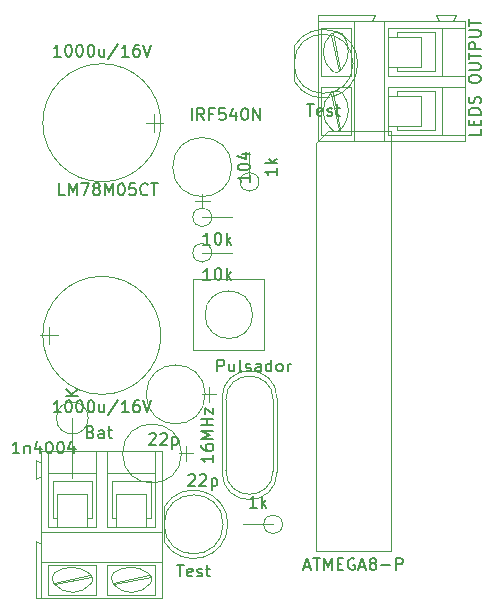
<source format=gbr>
G04 #@! TF.FileFunction,Other,Fab,Top*
%FSLAX46Y46*%
G04 Gerber Fmt 4.6, Leading zero omitted, Abs format (unit mm)*
G04 Created by KiCad (PCBNEW 4.0.5) date Monday, 03 April 2017 'PMt' 15:58:44*
%MOMM*%
%LPD*%
G01*
G04 APERTURE LIST*
%ADD10C,0.100000*%
%ADD11C,0.150000*%
G04 APERTURE END LIST*
D10*
X139635000Y-117730000D02*
X144985000Y-117730000D01*
X144985000Y-117730000D02*
X144985000Y-153290000D01*
X144985000Y-153290000D02*
X138635000Y-153290000D01*
X138635000Y-153290000D02*
X138635000Y-118730000D01*
X138635000Y-118730000D02*
X139635000Y-117730000D01*
X125500000Y-135000000D02*
G75*
G03X125500000Y-135000000I-5000000J0D01*
G01*
X115300000Y-135000000D02*
X116800000Y-135000000D01*
X116050000Y-134250000D02*
X116050000Y-135750000D01*
X125500000Y-117000000D02*
G75*
G03X125500000Y-117000000I-5000000J0D01*
G01*
X125700000Y-117000000D02*
X124200000Y-117000000D01*
X124950000Y-117750000D02*
X124950000Y-116250000D01*
X125769984Y-152469666D02*
G75*
G03X125770000Y-149530306I2500016J1469666D01*
G01*
X130770000Y-151000000D02*
G75*
G03X130770000Y-151000000I-2500000J0D01*
G01*
X125770000Y-149530306D02*
X125770000Y-152469694D01*
X119350000Y-142000000D02*
G75*
G03X119350000Y-142000000I-1350000J0D01*
G01*
X118000000Y-142000000D02*
X118000000Y-147080000D01*
X136769984Y-113469666D02*
G75*
G03X136770000Y-110530306I2500016J1469666D01*
G01*
X141770000Y-112000000D02*
G75*
G03X141770000Y-112000000I-2500000J0D01*
G01*
X136770000Y-110530306D02*
X136770000Y-113469694D01*
X124260000Y-148460000D02*
X121720000Y-148460000D01*
X121720000Y-148460000D02*
X121720000Y-151250000D01*
X124260000Y-151250000D02*
X121720000Y-151250000D01*
X124260000Y-148460000D02*
X124260000Y-151250000D01*
X119260000Y-148460000D02*
X116720000Y-148460000D01*
X116720000Y-148460000D02*
X116720000Y-151250000D01*
X119260000Y-151250000D02*
X116720000Y-151250000D01*
X119260000Y-148460000D02*
X119260000Y-151250000D01*
X115390000Y-157220000D02*
X115390000Y-154170000D01*
X115390000Y-157220000D02*
X125580000Y-157220000D01*
X115390000Y-157220000D02*
X114890000Y-157220000D01*
X114890000Y-157220000D02*
X114890000Y-152400000D01*
X114890000Y-152400000D02*
X115390000Y-152650000D01*
X114890000Y-145540000D02*
X115390000Y-145790000D01*
X115390000Y-145790000D02*
X115390000Y-144780000D01*
X114890000Y-147190000D02*
X115390000Y-146940000D01*
X115390000Y-146940000D02*
X115390000Y-145790000D01*
X114890000Y-147190000D02*
X114890000Y-145540000D01*
X120020000Y-144780000D02*
X120020000Y-146680000D01*
X115950000Y-151250000D02*
X115950000Y-146680000D01*
X120020000Y-144780000D02*
X115950000Y-144780000D01*
X115950000Y-144780000D02*
X115390000Y-144780000D01*
X120960000Y-144780000D02*
X120960000Y-146680000D01*
X120960000Y-144780000D02*
X120020000Y-144780000D01*
X125020000Y-151250000D02*
X125020000Y-146680000D01*
X125580000Y-144780000D02*
X125020000Y-144780000D01*
X125020000Y-144780000D02*
X120960000Y-144780000D01*
X120020000Y-146680000D02*
X115950000Y-146680000D01*
X120020000Y-146680000D02*
X120020000Y-151250000D01*
X115950000Y-146680000D02*
X115950000Y-144780000D01*
X120960000Y-146680000D02*
X125020000Y-146680000D01*
X120960000Y-146680000D02*
X120960000Y-151250000D01*
X125020000Y-146680000D02*
X125020000Y-144780000D01*
X116330000Y-147320000D02*
X116330000Y-150490000D01*
X116330000Y-147320000D02*
X119640000Y-147320000D01*
X119640000Y-147320000D02*
X119640000Y-150490000D01*
X121340000Y-147320000D02*
X121340000Y-150490000D01*
X121340000Y-147320000D02*
X124640000Y-147320000D01*
X124640000Y-147320000D02*
X124640000Y-150490000D01*
X124640000Y-150490000D02*
X124260000Y-150490000D01*
X121340000Y-150490000D02*
X121720000Y-150490000D01*
X119640000Y-150490000D02*
X119260000Y-150490000D01*
X116330000Y-150490000D02*
X116720000Y-150490000D01*
X125580000Y-144780000D02*
X125580000Y-151640000D01*
X125580000Y-151640000D02*
X125580000Y-154170000D01*
X115390000Y-152650000D02*
X115390000Y-151640000D01*
X115390000Y-151640000D02*
X115390000Y-146940000D01*
X125580000Y-154170000D02*
X115390000Y-154170000D01*
X125580000Y-154170000D02*
X125580000Y-157220000D01*
X115390000Y-154170000D02*
X115390000Y-152650000D01*
X120020000Y-154430000D02*
X120020000Y-156970000D01*
X120020000Y-156970000D02*
X115950000Y-156970000D01*
X115950000Y-156970000D02*
X115950000Y-154430000D01*
X115950000Y-154430000D02*
X120020000Y-154430000D01*
X120960000Y-154430000D02*
X120960000Y-156970000D01*
X120960000Y-154430000D02*
X125020000Y-154430000D01*
X125020000Y-154430000D02*
X125020000Y-156970000D01*
X120960000Y-156970000D02*
X125020000Y-156970000D01*
X119610000Y-155450000D02*
X116560000Y-156080000D01*
X119480000Y-155320000D02*
X116440000Y-155950000D01*
X124620000Y-155450000D02*
X121560000Y-156080000D01*
X124490000Y-155320000D02*
X121440000Y-155950000D01*
X125020000Y-151250000D02*
X124640000Y-151250000D01*
X120960000Y-151250000D02*
X121340000Y-151250000D01*
X121340000Y-151250000D02*
X124640000Y-151250000D01*
X125580000Y-151640000D02*
X124640000Y-151640000D01*
X124640000Y-151640000D02*
X121340000Y-151640000D01*
X121340000Y-151640000D02*
X119640000Y-151640000D01*
X115390000Y-151640000D02*
X116330000Y-151640000D01*
X116330000Y-151640000D02*
X119640000Y-151640000D01*
X115950000Y-151250000D02*
X116330000Y-151250000D01*
X120020000Y-151250000D02*
X119640000Y-151250000D01*
X119640000Y-151250000D02*
X116330000Y-151250000D01*
X116514468Y-155076005D02*
G75*
G03X116460000Y-156050000I455532J-513995D01*
G01*
X119452333Y-155168263D02*
G75*
G03X116470000Y-155120000I-1522333J-1901737D01*
G01*
X116461761Y-156061687D02*
G75*
G03X119610000Y-156000000I1548239J1351687D01*
G01*
X119562972Y-156058699D02*
G75*
G03X119420000Y-155130000I-432972J408699D01*
G01*
X121514380Y-155086004D02*
G75*
G03X121470000Y-156050000I455620J-503996D01*
G01*
X124459829Y-155158582D02*
G75*
G03X121470000Y-155120000I-1519829J-1911418D01*
G01*
X121460024Y-156071534D02*
G75*
G03X124620000Y-156000000I1549976J1361534D01*
G01*
X124562972Y-156058699D02*
G75*
G03X124420000Y-155130000I-432972J408699D01*
G01*
X147540000Y-117260000D02*
X147540000Y-114720000D01*
X147540000Y-114720000D02*
X144750000Y-114720000D01*
X144750000Y-117260000D02*
X144750000Y-114720000D01*
X147540000Y-117260000D02*
X144750000Y-117260000D01*
X147540000Y-112260000D02*
X147540000Y-109720000D01*
X147540000Y-109720000D02*
X144750000Y-109720000D01*
X144750000Y-112260000D02*
X144750000Y-109720000D01*
X147540000Y-112260000D02*
X144750000Y-112260000D01*
X138780000Y-108390000D02*
X141830000Y-108390000D01*
X138780000Y-108390000D02*
X138780000Y-118580000D01*
X138780000Y-108390000D02*
X138780000Y-107890000D01*
X138780000Y-107890000D02*
X143600000Y-107890000D01*
X143600000Y-107890000D02*
X143350000Y-108390000D01*
X150460000Y-107890000D02*
X150210000Y-108390000D01*
X150210000Y-108390000D02*
X151220000Y-108390000D01*
X148810000Y-107890000D02*
X149060000Y-108390000D01*
X149060000Y-108390000D02*
X150210000Y-108390000D01*
X148810000Y-107890000D02*
X150460000Y-107890000D01*
X151220000Y-113020000D02*
X149320000Y-113020000D01*
X144750000Y-108950000D02*
X149320000Y-108950000D01*
X151220000Y-113020000D02*
X151220000Y-108950000D01*
X151220000Y-108950000D02*
X151220000Y-108390000D01*
X151220000Y-113960000D02*
X149320000Y-113960000D01*
X151220000Y-113960000D02*
X151220000Y-113020000D01*
X144750000Y-118020000D02*
X149320000Y-118020000D01*
X151220000Y-118580000D02*
X151220000Y-118020000D01*
X151220000Y-118020000D02*
X151220000Y-113960000D01*
X149320000Y-113020000D02*
X149320000Y-108950000D01*
X149320000Y-113020000D02*
X144750000Y-113020000D01*
X149320000Y-108950000D02*
X151220000Y-108950000D01*
X149320000Y-113960000D02*
X149320000Y-118020000D01*
X149320000Y-113960000D02*
X144750000Y-113960000D01*
X149320000Y-118020000D02*
X151220000Y-118020000D01*
X148680000Y-109330000D02*
X145510000Y-109330000D01*
X148680000Y-109330000D02*
X148680000Y-112640000D01*
X148680000Y-112640000D02*
X145510000Y-112640000D01*
X148680000Y-114340000D02*
X145510000Y-114340000D01*
X148680000Y-114340000D02*
X148680000Y-117640000D01*
X148680000Y-117640000D02*
X145510000Y-117640000D01*
X145510000Y-117640000D02*
X145510000Y-117260000D01*
X145510000Y-114340000D02*
X145510000Y-114720000D01*
X145510000Y-112640000D02*
X145510000Y-112260000D01*
X145510000Y-109330000D02*
X145510000Y-109720000D01*
X151220000Y-118580000D02*
X144360000Y-118580000D01*
X144360000Y-118580000D02*
X141830000Y-118580000D01*
X143350000Y-108390000D02*
X144360000Y-108390000D01*
X144360000Y-108390000D02*
X149060000Y-108390000D01*
X141830000Y-118580000D02*
X141830000Y-108390000D01*
X141830000Y-118580000D02*
X138780000Y-118580000D01*
X141830000Y-108390000D02*
X143350000Y-108390000D01*
X141570000Y-113020000D02*
X139030000Y-113020000D01*
X139030000Y-113020000D02*
X139030000Y-108950000D01*
X139030000Y-108950000D02*
X141570000Y-108950000D01*
X141570000Y-108950000D02*
X141570000Y-113020000D01*
X141570000Y-113960000D02*
X139030000Y-113960000D01*
X141570000Y-113960000D02*
X141570000Y-118020000D01*
X141570000Y-118020000D02*
X139030000Y-118020000D01*
X139030000Y-113960000D02*
X139030000Y-118020000D01*
X140550000Y-112610000D02*
X139920000Y-109560000D01*
X140680000Y-112480000D02*
X140050000Y-109440000D01*
X140550000Y-117620000D02*
X139920000Y-114560000D01*
X140680000Y-117490000D02*
X140050000Y-114440000D01*
X144750000Y-118020000D02*
X144750000Y-117640000D01*
X144750000Y-113960000D02*
X144750000Y-114340000D01*
X144750000Y-114340000D02*
X144750000Y-117640000D01*
X144360000Y-118580000D02*
X144360000Y-117640000D01*
X144360000Y-117640000D02*
X144360000Y-114340000D01*
X144360000Y-114340000D02*
X144360000Y-112640000D01*
X144360000Y-108390000D02*
X144360000Y-109330000D01*
X144360000Y-109330000D02*
X144360000Y-112640000D01*
X144750000Y-108950000D02*
X144750000Y-109330000D01*
X144750000Y-113020000D02*
X144750000Y-112640000D01*
X144750000Y-112640000D02*
X144750000Y-109330000D01*
X140923995Y-109514468D02*
G75*
G03X139950000Y-109460000I-513995J-455532D01*
G01*
X140831737Y-112452333D02*
G75*
G03X140880000Y-109470000I-1901737J1522333D01*
G01*
X139938313Y-109461761D02*
G75*
G03X140000000Y-112610000I1351687J-1548239D01*
G01*
X139941301Y-112562972D02*
G75*
G03X140870000Y-112420000I408699J432972D01*
G01*
X140913996Y-114514380D02*
G75*
G03X139950000Y-114470000I-503996J-455620D01*
G01*
X140841418Y-117459829D02*
G75*
G03X140880000Y-114470000I-1911418J1519829D01*
G01*
X139928466Y-114460024D02*
G75*
G03X140000000Y-117620000I1361534J-1549976D01*
G01*
X139941301Y-117562972D02*
G75*
G03X140870000Y-117420000I408699J432972D01*
G01*
X135800000Y-151000000D02*
G75*
G03X135800000Y-151000000I-800000J0D01*
G01*
X135000000Y-151000000D02*
X132460000Y-151000000D01*
X129800000Y-128000000D02*
G75*
G03X129800000Y-128000000I-800000J0D01*
G01*
X129000000Y-128000000D02*
X131540000Y-128000000D01*
X133800000Y-122000000D02*
G75*
G03X133800000Y-122000000I-800000J0D01*
G01*
X133000000Y-122000000D02*
X133000000Y-119460000D01*
X129800000Y-125000000D02*
G75*
G03X129800000Y-125000000I-800000J0D01*
G01*
X129000000Y-125000000D02*
X131540000Y-125000000D01*
X130675000Y-140325000D02*
G75*
G02X135325000Y-140325000I2325000J0D01*
G01*
X130675000Y-146575000D02*
G75*
G03X135325000Y-146575000I2325000J0D01*
G01*
X131000000Y-140450000D02*
G75*
G02X135000000Y-140450000I2000000J0D01*
G01*
X131000000Y-146450000D02*
G75*
G03X135000000Y-146450000I2000000J0D01*
G01*
X135325000Y-140325000D02*
X135325000Y-146575000D01*
X130675000Y-140325000D02*
X130675000Y-146575000D01*
X135000000Y-140450000D02*
X135000000Y-146450000D01*
X131000000Y-140450000D02*
X131000000Y-146450000D01*
X131250000Y-130250000D02*
X134250000Y-130250000D01*
X134250000Y-130250000D02*
X134250000Y-136250000D01*
X134250000Y-136250000D02*
X128250000Y-136250000D01*
X128250000Y-136250000D02*
X128250000Y-130250000D01*
X128250000Y-130250000D02*
X131250000Y-130250000D01*
X133265564Y-133250000D02*
G75*
G03X133265564Y-133250000I-2015564J0D01*
G01*
X131500000Y-120750000D02*
G75*
G03X131500000Y-120750000I-2500000J0D01*
G01*
X129000000Y-124200000D02*
X129000000Y-123000000D01*
X128350000Y-123600000D02*
X129650000Y-123600000D01*
X129250000Y-140000000D02*
G75*
G03X129250000Y-140000000I-2500000J0D01*
G01*
X130200000Y-140000000D02*
X129000000Y-140000000D01*
X129600000Y-140650000D02*
X129600000Y-139350000D01*
X127250000Y-145000000D02*
G75*
G03X127250000Y-145000000I-2500000J0D01*
G01*
X128200000Y-145000000D02*
X127000000Y-145000000D01*
X127600000Y-145650000D02*
X127600000Y-144350000D01*
D11*
X137643333Y-154576667D02*
X138119524Y-154576667D01*
X137548095Y-154862381D02*
X137881428Y-153862381D01*
X138214762Y-154862381D01*
X138405238Y-153862381D02*
X138976667Y-153862381D01*
X138690952Y-154862381D02*
X138690952Y-153862381D01*
X139310000Y-154862381D02*
X139310000Y-153862381D01*
X139643334Y-154576667D01*
X139976667Y-153862381D01*
X139976667Y-154862381D01*
X140452857Y-154338571D02*
X140786191Y-154338571D01*
X140929048Y-154862381D02*
X140452857Y-154862381D01*
X140452857Y-153862381D01*
X140929048Y-153862381D01*
X141881429Y-153910000D02*
X141786191Y-153862381D01*
X141643334Y-153862381D01*
X141500476Y-153910000D01*
X141405238Y-154005238D01*
X141357619Y-154100476D01*
X141310000Y-154290952D01*
X141310000Y-154433810D01*
X141357619Y-154624286D01*
X141405238Y-154719524D01*
X141500476Y-154814762D01*
X141643334Y-154862381D01*
X141738572Y-154862381D01*
X141881429Y-154814762D01*
X141929048Y-154767143D01*
X141929048Y-154433810D01*
X141738572Y-154433810D01*
X142310000Y-154576667D02*
X142786191Y-154576667D01*
X142214762Y-154862381D02*
X142548095Y-153862381D01*
X142881429Y-154862381D01*
X143357619Y-154290952D02*
X143262381Y-154243333D01*
X143214762Y-154195714D01*
X143167143Y-154100476D01*
X143167143Y-154052857D01*
X143214762Y-153957619D01*
X143262381Y-153910000D01*
X143357619Y-153862381D01*
X143548096Y-153862381D01*
X143643334Y-153910000D01*
X143690953Y-153957619D01*
X143738572Y-154052857D01*
X143738572Y-154100476D01*
X143690953Y-154195714D01*
X143643334Y-154243333D01*
X143548096Y-154290952D01*
X143357619Y-154290952D01*
X143262381Y-154338571D01*
X143214762Y-154386190D01*
X143167143Y-154481429D01*
X143167143Y-154671905D01*
X143214762Y-154767143D01*
X143262381Y-154814762D01*
X143357619Y-154862381D01*
X143548096Y-154862381D01*
X143643334Y-154814762D01*
X143690953Y-154767143D01*
X143738572Y-154671905D01*
X143738572Y-154481429D01*
X143690953Y-154386190D01*
X143643334Y-154338571D01*
X143548096Y-154290952D01*
X144167143Y-154481429D02*
X144929048Y-154481429D01*
X145405238Y-154862381D02*
X145405238Y-153862381D01*
X145786191Y-153862381D01*
X145881429Y-153910000D01*
X145929048Y-153957619D01*
X145976667Y-154052857D01*
X145976667Y-154195714D01*
X145929048Y-154290952D01*
X145881429Y-154338571D01*
X145786191Y-154386190D01*
X145405238Y-154386190D01*
X117000000Y-141512381D02*
X116428571Y-141512381D01*
X116714285Y-141512381D02*
X116714285Y-140512381D01*
X116619047Y-140655238D01*
X116523809Y-140750476D01*
X116428571Y-140798095D01*
X117619047Y-140512381D02*
X117714286Y-140512381D01*
X117809524Y-140560000D01*
X117857143Y-140607619D01*
X117904762Y-140702857D01*
X117952381Y-140893333D01*
X117952381Y-141131429D01*
X117904762Y-141321905D01*
X117857143Y-141417143D01*
X117809524Y-141464762D01*
X117714286Y-141512381D01*
X117619047Y-141512381D01*
X117523809Y-141464762D01*
X117476190Y-141417143D01*
X117428571Y-141321905D01*
X117380952Y-141131429D01*
X117380952Y-140893333D01*
X117428571Y-140702857D01*
X117476190Y-140607619D01*
X117523809Y-140560000D01*
X117619047Y-140512381D01*
X118571428Y-140512381D02*
X118666667Y-140512381D01*
X118761905Y-140560000D01*
X118809524Y-140607619D01*
X118857143Y-140702857D01*
X118904762Y-140893333D01*
X118904762Y-141131429D01*
X118857143Y-141321905D01*
X118809524Y-141417143D01*
X118761905Y-141464762D01*
X118666667Y-141512381D01*
X118571428Y-141512381D01*
X118476190Y-141464762D01*
X118428571Y-141417143D01*
X118380952Y-141321905D01*
X118333333Y-141131429D01*
X118333333Y-140893333D01*
X118380952Y-140702857D01*
X118428571Y-140607619D01*
X118476190Y-140560000D01*
X118571428Y-140512381D01*
X119523809Y-140512381D02*
X119619048Y-140512381D01*
X119714286Y-140560000D01*
X119761905Y-140607619D01*
X119809524Y-140702857D01*
X119857143Y-140893333D01*
X119857143Y-141131429D01*
X119809524Y-141321905D01*
X119761905Y-141417143D01*
X119714286Y-141464762D01*
X119619048Y-141512381D01*
X119523809Y-141512381D01*
X119428571Y-141464762D01*
X119380952Y-141417143D01*
X119333333Y-141321905D01*
X119285714Y-141131429D01*
X119285714Y-140893333D01*
X119333333Y-140702857D01*
X119380952Y-140607619D01*
X119428571Y-140560000D01*
X119523809Y-140512381D01*
X120714286Y-140845714D02*
X120714286Y-141512381D01*
X120285714Y-140845714D02*
X120285714Y-141369524D01*
X120333333Y-141464762D01*
X120428571Y-141512381D01*
X120571429Y-141512381D01*
X120666667Y-141464762D01*
X120714286Y-141417143D01*
X121904762Y-140464762D02*
X121047619Y-141750476D01*
X122761905Y-141512381D02*
X122190476Y-141512381D01*
X122476190Y-141512381D02*
X122476190Y-140512381D01*
X122380952Y-140655238D01*
X122285714Y-140750476D01*
X122190476Y-140798095D01*
X123619048Y-140512381D02*
X123428571Y-140512381D01*
X123333333Y-140560000D01*
X123285714Y-140607619D01*
X123190476Y-140750476D01*
X123142857Y-140940952D01*
X123142857Y-141321905D01*
X123190476Y-141417143D01*
X123238095Y-141464762D01*
X123333333Y-141512381D01*
X123523810Y-141512381D01*
X123619048Y-141464762D01*
X123666667Y-141417143D01*
X123714286Y-141321905D01*
X123714286Y-141083810D01*
X123666667Y-140988571D01*
X123619048Y-140940952D01*
X123523810Y-140893333D01*
X123333333Y-140893333D01*
X123238095Y-140940952D01*
X123190476Y-140988571D01*
X123142857Y-141083810D01*
X124000000Y-140512381D02*
X124333333Y-141512381D01*
X124666667Y-140512381D01*
X117000000Y-111392381D02*
X116428571Y-111392381D01*
X116714285Y-111392381D02*
X116714285Y-110392381D01*
X116619047Y-110535238D01*
X116523809Y-110630476D01*
X116428571Y-110678095D01*
X117619047Y-110392381D02*
X117714286Y-110392381D01*
X117809524Y-110440000D01*
X117857143Y-110487619D01*
X117904762Y-110582857D01*
X117952381Y-110773333D01*
X117952381Y-111011429D01*
X117904762Y-111201905D01*
X117857143Y-111297143D01*
X117809524Y-111344762D01*
X117714286Y-111392381D01*
X117619047Y-111392381D01*
X117523809Y-111344762D01*
X117476190Y-111297143D01*
X117428571Y-111201905D01*
X117380952Y-111011429D01*
X117380952Y-110773333D01*
X117428571Y-110582857D01*
X117476190Y-110487619D01*
X117523809Y-110440000D01*
X117619047Y-110392381D01*
X118571428Y-110392381D02*
X118666667Y-110392381D01*
X118761905Y-110440000D01*
X118809524Y-110487619D01*
X118857143Y-110582857D01*
X118904762Y-110773333D01*
X118904762Y-111011429D01*
X118857143Y-111201905D01*
X118809524Y-111297143D01*
X118761905Y-111344762D01*
X118666667Y-111392381D01*
X118571428Y-111392381D01*
X118476190Y-111344762D01*
X118428571Y-111297143D01*
X118380952Y-111201905D01*
X118333333Y-111011429D01*
X118333333Y-110773333D01*
X118380952Y-110582857D01*
X118428571Y-110487619D01*
X118476190Y-110440000D01*
X118571428Y-110392381D01*
X119523809Y-110392381D02*
X119619048Y-110392381D01*
X119714286Y-110440000D01*
X119761905Y-110487619D01*
X119809524Y-110582857D01*
X119857143Y-110773333D01*
X119857143Y-111011429D01*
X119809524Y-111201905D01*
X119761905Y-111297143D01*
X119714286Y-111344762D01*
X119619048Y-111392381D01*
X119523809Y-111392381D01*
X119428571Y-111344762D01*
X119380952Y-111297143D01*
X119333333Y-111201905D01*
X119285714Y-111011429D01*
X119285714Y-110773333D01*
X119333333Y-110582857D01*
X119380952Y-110487619D01*
X119428571Y-110440000D01*
X119523809Y-110392381D01*
X120714286Y-110725714D02*
X120714286Y-111392381D01*
X120285714Y-110725714D02*
X120285714Y-111249524D01*
X120333333Y-111344762D01*
X120428571Y-111392381D01*
X120571429Y-111392381D01*
X120666667Y-111344762D01*
X120714286Y-111297143D01*
X121904762Y-110344762D02*
X121047619Y-111630476D01*
X122761905Y-111392381D02*
X122190476Y-111392381D01*
X122476190Y-111392381D02*
X122476190Y-110392381D01*
X122380952Y-110535238D01*
X122285714Y-110630476D01*
X122190476Y-110678095D01*
X123619048Y-110392381D02*
X123428571Y-110392381D01*
X123333333Y-110440000D01*
X123285714Y-110487619D01*
X123190476Y-110630476D01*
X123142857Y-110820952D01*
X123142857Y-111201905D01*
X123190476Y-111297143D01*
X123238095Y-111344762D01*
X123333333Y-111392381D01*
X123523810Y-111392381D01*
X123619048Y-111344762D01*
X123666667Y-111297143D01*
X123714286Y-111201905D01*
X123714286Y-110963810D01*
X123666667Y-110868571D01*
X123619048Y-110820952D01*
X123523810Y-110773333D01*
X123333333Y-110773333D01*
X123238095Y-110820952D01*
X123190476Y-110868571D01*
X123142857Y-110963810D01*
X124000000Y-110392381D02*
X124333333Y-111392381D01*
X124666667Y-110392381D01*
X126865238Y-154412381D02*
X127436667Y-154412381D01*
X127150952Y-155412381D02*
X127150952Y-154412381D01*
X128150953Y-155364762D02*
X128055715Y-155412381D01*
X127865238Y-155412381D01*
X127770000Y-155364762D01*
X127722381Y-155269524D01*
X127722381Y-154888571D01*
X127770000Y-154793333D01*
X127865238Y-154745714D01*
X128055715Y-154745714D01*
X128150953Y-154793333D01*
X128198572Y-154888571D01*
X128198572Y-154983810D01*
X127722381Y-155079048D01*
X128579524Y-155364762D02*
X128674762Y-155412381D01*
X128865238Y-155412381D01*
X128960477Y-155364762D01*
X129008096Y-155269524D01*
X129008096Y-155221905D01*
X128960477Y-155126667D01*
X128865238Y-155079048D01*
X128722381Y-155079048D01*
X128627143Y-155031429D01*
X128579524Y-154936190D01*
X128579524Y-154888571D01*
X128627143Y-154793333D01*
X128722381Y-154745714D01*
X128865238Y-154745714D01*
X128960477Y-154793333D01*
X129293810Y-154745714D02*
X129674762Y-154745714D01*
X129436667Y-154412381D02*
X129436667Y-155269524D01*
X129484286Y-155364762D01*
X129579524Y-155412381D01*
X129674762Y-155412381D01*
X113518572Y-144992381D02*
X112947143Y-144992381D01*
X113232857Y-144992381D02*
X113232857Y-143992381D01*
X113137619Y-144135238D01*
X113042381Y-144230476D01*
X112947143Y-144278095D01*
X113947143Y-144325714D02*
X113947143Y-144992381D01*
X113947143Y-144420952D02*
X113994762Y-144373333D01*
X114090000Y-144325714D01*
X114232858Y-144325714D01*
X114328096Y-144373333D01*
X114375715Y-144468571D01*
X114375715Y-144992381D01*
X115280477Y-144325714D02*
X115280477Y-144992381D01*
X115042381Y-143944762D02*
X114804286Y-144659048D01*
X115423334Y-144659048D01*
X115994762Y-143992381D02*
X116090001Y-143992381D01*
X116185239Y-144040000D01*
X116232858Y-144087619D01*
X116280477Y-144182857D01*
X116328096Y-144373333D01*
X116328096Y-144611429D01*
X116280477Y-144801905D01*
X116232858Y-144897143D01*
X116185239Y-144944762D01*
X116090001Y-144992381D01*
X115994762Y-144992381D01*
X115899524Y-144944762D01*
X115851905Y-144897143D01*
X115804286Y-144801905D01*
X115756667Y-144611429D01*
X115756667Y-144373333D01*
X115804286Y-144182857D01*
X115851905Y-144087619D01*
X115899524Y-144040000D01*
X115994762Y-143992381D01*
X116947143Y-143992381D02*
X117042382Y-143992381D01*
X117137620Y-144040000D01*
X117185239Y-144087619D01*
X117232858Y-144182857D01*
X117280477Y-144373333D01*
X117280477Y-144611429D01*
X117232858Y-144801905D01*
X117185239Y-144897143D01*
X117137620Y-144944762D01*
X117042382Y-144992381D01*
X116947143Y-144992381D01*
X116851905Y-144944762D01*
X116804286Y-144897143D01*
X116756667Y-144801905D01*
X116709048Y-144611429D01*
X116709048Y-144373333D01*
X116756667Y-144182857D01*
X116804286Y-144087619D01*
X116851905Y-144040000D01*
X116947143Y-143992381D01*
X118137620Y-144325714D02*
X118137620Y-144992381D01*
X117899524Y-143944762D02*
X117661429Y-144659048D01*
X118280477Y-144659048D01*
X118452381Y-140151905D02*
X117452381Y-140151905D01*
X118452381Y-139580476D02*
X117880952Y-140009048D01*
X117452381Y-139580476D02*
X118023810Y-140151905D01*
X137865238Y-115412381D02*
X138436667Y-115412381D01*
X138150952Y-116412381D02*
X138150952Y-115412381D01*
X139150953Y-116364762D02*
X139055715Y-116412381D01*
X138865238Y-116412381D01*
X138770000Y-116364762D01*
X138722381Y-116269524D01*
X138722381Y-115888571D01*
X138770000Y-115793333D01*
X138865238Y-115745714D01*
X139055715Y-115745714D01*
X139150953Y-115793333D01*
X139198572Y-115888571D01*
X139198572Y-115983810D01*
X138722381Y-116079048D01*
X139579524Y-116364762D02*
X139674762Y-116412381D01*
X139865238Y-116412381D01*
X139960477Y-116364762D01*
X140008096Y-116269524D01*
X140008096Y-116221905D01*
X139960477Y-116126667D01*
X139865238Y-116079048D01*
X139722381Y-116079048D01*
X139627143Y-116031429D01*
X139579524Y-115936190D01*
X139579524Y-115888571D01*
X139627143Y-115793333D01*
X139722381Y-115745714D01*
X139865238Y-115745714D01*
X139960477Y-115793333D01*
X140293810Y-115745714D02*
X140674762Y-115745714D01*
X140436667Y-115412381D02*
X140436667Y-116269524D01*
X140484286Y-116364762D01*
X140579524Y-116412381D01*
X140674762Y-116412381D01*
X119553334Y-143178571D02*
X119696191Y-143226190D01*
X119743810Y-143273810D01*
X119791429Y-143369048D01*
X119791429Y-143511905D01*
X119743810Y-143607143D01*
X119696191Y-143654762D01*
X119600953Y-143702381D01*
X119220000Y-143702381D01*
X119220000Y-142702381D01*
X119553334Y-142702381D01*
X119648572Y-142750000D01*
X119696191Y-142797619D01*
X119743810Y-142892857D01*
X119743810Y-142988095D01*
X119696191Y-143083333D01*
X119648572Y-143130952D01*
X119553334Y-143178571D01*
X119220000Y-143178571D01*
X120648572Y-143702381D02*
X120648572Y-143178571D01*
X120600953Y-143083333D01*
X120505715Y-143035714D01*
X120315238Y-143035714D01*
X120220000Y-143083333D01*
X120648572Y-143654762D02*
X120553334Y-143702381D01*
X120315238Y-143702381D01*
X120220000Y-143654762D01*
X120172381Y-143559524D01*
X120172381Y-143464286D01*
X120220000Y-143369048D01*
X120315238Y-143321429D01*
X120553334Y-143321429D01*
X120648572Y-143273810D01*
X120981905Y-143035714D02*
X121362857Y-143035714D01*
X121124762Y-142702381D02*
X121124762Y-143559524D01*
X121172381Y-143654762D01*
X121267619Y-143702381D01*
X121362857Y-143702381D01*
X152564381Y-117539333D02*
X152564381Y-118015524D01*
X151564381Y-118015524D01*
X152040571Y-117206000D02*
X152040571Y-116872666D01*
X152564381Y-116729809D02*
X152564381Y-117206000D01*
X151564381Y-117206000D01*
X151564381Y-116729809D01*
X152564381Y-116301238D02*
X151564381Y-116301238D01*
X151564381Y-116063143D01*
X151612000Y-115920285D01*
X151707238Y-115825047D01*
X151802476Y-115777428D01*
X151992952Y-115729809D01*
X152135810Y-115729809D01*
X152326286Y-115777428D01*
X152421524Y-115825047D01*
X152516762Y-115920285D01*
X152564381Y-116063143D01*
X152564381Y-116301238D01*
X152516762Y-115348857D02*
X152564381Y-115206000D01*
X152564381Y-114967904D01*
X152516762Y-114872666D01*
X152469143Y-114825047D01*
X152373905Y-114777428D01*
X152278667Y-114777428D01*
X152183429Y-114825047D01*
X152135810Y-114872666D01*
X152088190Y-114967904D01*
X152040571Y-115158381D01*
X151992952Y-115253619D01*
X151945333Y-115301238D01*
X151850095Y-115348857D01*
X151754857Y-115348857D01*
X151659619Y-115301238D01*
X151612000Y-115253619D01*
X151564381Y-115158381D01*
X151564381Y-114920285D01*
X151612000Y-114777428D01*
X151564381Y-113396476D02*
X151564381Y-113205999D01*
X151612000Y-113110761D01*
X151707238Y-113015523D01*
X151897714Y-112967904D01*
X152231048Y-112967904D01*
X152421524Y-113015523D01*
X152516762Y-113110761D01*
X152564381Y-113205999D01*
X152564381Y-113396476D01*
X152516762Y-113491714D01*
X152421524Y-113586952D01*
X152231048Y-113634571D01*
X151897714Y-113634571D01*
X151707238Y-113586952D01*
X151612000Y-113491714D01*
X151564381Y-113396476D01*
X151564381Y-112539333D02*
X152373905Y-112539333D01*
X152469143Y-112491714D01*
X152516762Y-112444095D01*
X152564381Y-112348857D01*
X152564381Y-112158380D01*
X152516762Y-112063142D01*
X152469143Y-112015523D01*
X152373905Y-111967904D01*
X151564381Y-111967904D01*
X151564381Y-111634571D02*
X151564381Y-111063142D01*
X152564381Y-111348857D02*
X151564381Y-111348857D01*
X152564381Y-110729809D02*
X151564381Y-110729809D01*
X151564381Y-110348856D01*
X151612000Y-110253618D01*
X151659619Y-110205999D01*
X151754857Y-110158380D01*
X151897714Y-110158380D01*
X151992952Y-110205999D01*
X152040571Y-110253618D01*
X152088190Y-110348856D01*
X152088190Y-110729809D01*
X151564381Y-109729809D02*
X152373905Y-109729809D01*
X152469143Y-109682190D01*
X152516762Y-109634571D01*
X152564381Y-109539333D01*
X152564381Y-109348856D01*
X152516762Y-109253618D01*
X152469143Y-109205999D01*
X152373905Y-109158380D01*
X151564381Y-109158380D01*
X151564381Y-108825047D02*
X151564381Y-108253618D01*
X152564381Y-108539333D02*
X151564381Y-108539333D01*
X128119048Y-116770381D02*
X128119048Y-115770381D01*
X129166667Y-116770381D02*
X128833333Y-116294190D01*
X128595238Y-116770381D02*
X128595238Y-115770381D01*
X128976191Y-115770381D01*
X129071429Y-115818000D01*
X129119048Y-115865619D01*
X129166667Y-115960857D01*
X129166667Y-116103714D01*
X129119048Y-116198952D01*
X129071429Y-116246571D01*
X128976191Y-116294190D01*
X128595238Y-116294190D01*
X129928572Y-116246571D02*
X129595238Y-116246571D01*
X129595238Y-116770381D02*
X129595238Y-115770381D01*
X130071429Y-115770381D01*
X130928572Y-115770381D02*
X130452381Y-115770381D01*
X130404762Y-116246571D01*
X130452381Y-116198952D01*
X130547619Y-116151333D01*
X130785715Y-116151333D01*
X130880953Y-116198952D01*
X130928572Y-116246571D01*
X130976191Y-116341810D01*
X130976191Y-116579905D01*
X130928572Y-116675143D01*
X130880953Y-116722762D01*
X130785715Y-116770381D01*
X130547619Y-116770381D01*
X130452381Y-116722762D01*
X130404762Y-116675143D01*
X131833334Y-116103714D02*
X131833334Y-116770381D01*
X131595238Y-115722762D02*
X131357143Y-116437048D01*
X131976191Y-116437048D01*
X132547619Y-115770381D02*
X132642858Y-115770381D01*
X132738096Y-115818000D01*
X132785715Y-115865619D01*
X132833334Y-115960857D01*
X132880953Y-116151333D01*
X132880953Y-116389429D01*
X132833334Y-116579905D01*
X132785715Y-116675143D01*
X132738096Y-116722762D01*
X132642858Y-116770381D01*
X132547619Y-116770381D01*
X132452381Y-116722762D01*
X132404762Y-116675143D01*
X132357143Y-116579905D01*
X132309524Y-116389429D01*
X132309524Y-116151333D01*
X132357143Y-115960857D01*
X132404762Y-115865619D01*
X132452381Y-115818000D01*
X132547619Y-115770381D01*
X133309524Y-116770381D02*
X133309524Y-115770381D01*
X133880953Y-116770381D01*
X133880953Y-115770381D01*
X133610953Y-149592381D02*
X133039524Y-149592381D01*
X133325238Y-149592381D02*
X133325238Y-148592381D01*
X133230000Y-148735238D01*
X133134762Y-148830476D01*
X133039524Y-148878095D01*
X134039524Y-149592381D02*
X134039524Y-148592381D01*
X134134762Y-149211429D02*
X134420477Y-149592381D01*
X134420477Y-148925714D02*
X134039524Y-149306667D01*
X129674762Y-130312381D02*
X129103333Y-130312381D01*
X129389047Y-130312381D02*
X129389047Y-129312381D01*
X129293809Y-129455238D01*
X129198571Y-129550476D01*
X129103333Y-129598095D01*
X130293809Y-129312381D02*
X130389048Y-129312381D01*
X130484286Y-129360000D01*
X130531905Y-129407619D01*
X130579524Y-129502857D01*
X130627143Y-129693333D01*
X130627143Y-129931429D01*
X130579524Y-130121905D01*
X130531905Y-130217143D01*
X130484286Y-130264762D01*
X130389048Y-130312381D01*
X130293809Y-130312381D01*
X130198571Y-130264762D01*
X130150952Y-130217143D01*
X130103333Y-130121905D01*
X130055714Y-129931429D01*
X130055714Y-129693333D01*
X130103333Y-129502857D01*
X130150952Y-129407619D01*
X130198571Y-129360000D01*
X130293809Y-129312381D01*
X131055714Y-130312381D02*
X131055714Y-129312381D01*
X131150952Y-129931429D02*
X131436667Y-130312381D01*
X131436667Y-129645714D02*
X131055714Y-130026667D01*
X135312381Y-120849047D02*
X135312381Y-121420476D01*
X135312381Y-121134762D02*
X134312381Y-121134762D01*
X134455238Y-121230000D01*
X134550476Y-121325238D01*
X134598095Y-121420476D01*
X135312381Y-120420476D02*
X134312381Y-120420476D01*
X134931429Y-120325238D02*
X135312381Y-120039523D01*
X134645714Y-120039523D02*
X135026667Y-120420476D01*
X129674762Y-127312381D02*
X129103333Y-127312381D01*
X129389047Y-127312381D02*
X129389047Y-126312381D01*
X129293809Y-126455238D01*
X129198571Y-126550476D01*
X129103333Y-126598095D01*
X130293809Y-126312381D02*
X130389048Y-126312381D01*
X130484286Y-126360000D01*
X130531905Y-126407619D01*
X130579524Y-126502857D01*
X130627143Y-126693333D01*
X130627143Y-126931429D01*
X130579524Y-127121905D01*
X130531905Y-127217143D01*
X130484286Y-127264762D01*
X130389048Y-127312381D01*
X130293809Y-127312381D01*
X130198571Y-127264762D01*
X130150952Y-127217143D01*
X130103333Y-127121905D01*
X130055714Y-126931429D01*
X130055714Y-126693333D01*
X130103333Y-126502857D01*
X130150952Y-126407619D01*
X130198571Y-126360000D01*
X130293809Y-126312381D01*
X131055714Y-127312381D02*
X131055714Y-126312381D01*
X131150952Y-126931429D02*
X131436667Y-127312381D01*
X131436667Y-126645714D02*
X131055714Y-127026667D01*
X117380953Y-123134381D02*
X116904762Y-123134381D01*
X116904762Y-122134381D01*
X117714286Y-123134381D02*
X117714286Y-122134381D01*
X118047620Y-122848667D01*
X118380953Y-122134381D01*
X118380953Y-123134381D01*
X118761905Y-122134381D02*
X119428572Y-122134381D01*
X119000000Y-123134381D01*
X119952381Y-122562952D02*
X119857143Y-122515333D01*
X119809524Y-122467714D01*
X119761905Y-122372476D01*
X119761905Y-122324857D01*
X119809524Y-122229619D01*
X119857143Y-122182000D01*
X119952381Y-122134381D01*
X120142858Y-122134381D01*
X120238096Y-122182000D01*
X120285715Y-122229619D01*
X120333334Y-122324857D01*
X120333334Y-122372476D01*
X120285715Y-122467714D01*
X120238096Y-122515333D01*
X120142858Y-122562952D01*
X119952381Y-122562952D01*
X119857143Y-122610571D01*
X119809524Y-122658190D01*
X119761905Y-122753429D01*
X119761905Y-122943905D01*
X119809524Y-123039143D01*
X119857143Y-123086762D01*
X119952381Y-123134381D01*
X120142858Y-123134381D01*
X120238096Y-123086762D01*
X120285715Y-123039143D01*
X120333334Y-122943905D01*
X120333334Y-122753429D01*
X120285715Y-122658190D01*
X120238096Y-122610571D01*
X120142858Y-122562952D01*
X120761905Y-123134381D02*
X120761905Y-122134381D01*
X121095239Y-122848667D01*
X121428572Y-122134381D01*
X121428572Y-123134381D01*
X122095238Y-122134381D02*
X122190477Y-122134381D01*
X122285715Y-122182000D01*
X122333334Y-122229619D01*
X122380953Y-122324857D01*
X122428572Y-122515333D01*
X122428572Y-122753429D01*
X122380953Y-122943905D01*
X122333334Y-123039143D01*
X122285715Y-123086762D01*
X122190477Y-123134381D01*
X122095238Y-123134381D01*
X122000000Y-123086762D01*
X121952381Y-123039143D01*
X121904762Y-122943905D01*
X121857143Y-122753429D01*
X121857143Y-122515333D01*
X121904762Y-122324857D01*
X121952381Y-122229619D01*
X122000000Y-122182000D01*
X122095238Y-122134381D01*
X123333334Y-122134381D02*
X122857143Y-122134381D01*
X122809524Y-122610571D01*
X122857143Y-122562952D01*
X122952381Y-122515333D01*
X123190477Y-122515333D01*
X123285715Y-122562952D01*
X123333334Y-122610571D01*
X123380953Y-122705810D01*
X123380953Y-122943905D01*
X123333334Y-123039143D01*
X123285715Y-123086762D01*
X123190477Y-123134381D01*
X122952381Y-123134381D01*
X122857143Y-123086762D01*
X122809524Y-123039143D01*
X124380953Y-123039143D02*
X124333334Y-123086762D01*
X124190477Y-123134381D01*
X124095239Y-123134381D01*
X123952381Y-123086762D01*
X123857143Y-122991524D01*
X123809524Y-122896286D01*
X123761905Y-122705810D01*
X123761905Y-122562952D01*
X123809524Y-122372476D01*
X123857143Y-122277238D01*
X123952381Y-122182000D01*
X124095239Y-122134381D01*
X124190477Y-122134381D01*
X124333334Y-122182000D01*
X124380953Y-122229619D01*
X124666667Y-122134381D02*
X125238096Y-122134381D01*
X124952381Y-123134381D02*
X124952381Y-122134381D01*
X129927381Y-145140476D02*
X129927381Y-145711905D01*
X129927381Y-145426191D02*
X128927381Y-145426191D01*
X129070238Y-145521429D01*
X129165476Y-145616667D01*
X129213095Y-145711905D01*
X128927381Y-144283333D02*
X128927381Y-144473810D01*
X128975000Y-144569048D01*
X129022619Y-144616667D01*
X129165476Y-144711905D01*
X129355952Y-144759524D01*
X129736905Y-144759524D01*
X129832143Y-144711905D01*
X129879762Y-144664286D01*
X129927381Y-144569048D01*
X129927381Y-144378571D01*
X129879762Y-144283333D01*
X129832143Y-144235714D01*
X129736905Y-144188095D01*
X129498810Y-144188095D01*
X129403571Y-144235714D01*
X129355952Y-144283333D01*
X129308333Y-144378571D01*
X129308333Y-144569048D01*
X129355952Y-144664286D01*
X129403571Y-144711905D01*
X129498810Y-144759524D01*
X129927381Y-143759524D02*
X128927381Y-143759524D01*
X129641667Y-143426190D01*
X128927381Y-143092857D01*
X129927381Y-143092857D01*
X129927381Y-142616667D02*
X128927381Y-142616667D01*
X129403571Y-142616667D02*
X129403571Y-142045238D01*
X129927381Y-142045238D02*
X128927381Y-142045238D01*
X129260714Y-141664286D02*
X129260714Y-141140476D01*
X129927381Y-141664286D01*
X129927381Y-141140476D01*
X130286380Y-138056381D02*
X130286380Y-137056381D01*
X130667333Y-137056381D01*
X130762571Y-137104000D01*
X130810190Y-137151619D01*
X130857809Y-137246857D01*
X130857809Y-137389714D01*
X130810190Y-137484952D01*
X130762571Y-137532571D01*
X130667333Y-137580190D01*
X130286380Y-137580190D01*
X131714952Y-137389714D02*
X131714952Y-138056381D01*
X131286380Y-137389714D02*
X131286380Y-137913524D01*
X131333999Y-138008762D01*
X131429237Y-138056381D01*
X131572095Y-138056381D01*
X131667333Y-138008762D01*
X131714952Y-137961143D01*
X132333999Y-138056381D02*
X132238761Y-138008762D01*
X132191142Y-137913524D01*
X132191142Y-137056381D01*
X132667333Y-138008762D02*
X132762571Y-138056381D01*
X132953047Y-138056381D01*
X133048286Y-138008762D01*
X133095905Y-137913524D01*
X133095905Y-137865905D01*
X133048286Y-137770667D01*
X132953047Y-137723048D01*
X132810190Y-137723048D01*
X132714952Y-137675429D01*
X132667333Y-137580190D01*
X132667333Y-137532571D01*
X132714952Y-137437333D01*
X132810190Y-137389714D01*
X132953047Y-137389714D01*
X133048286Y-137437333D01*
X133953048Y-138056381D02*
X133953048Y-137532571D01*
X133905429Y-137437333D01*
X133810191Y-137389714D01*
X133619714Y-137389714D01*
X133524476Y-137437333D01*
X133953048Y-138008762D02*
X133857810Y-138056381D01*
X133619714Y-138056381D01*
X133524476Y-138008762D01*
X133476857Y-137913524D01*
X133476857Y-137818286D01*
X133524476Y-137723048D01*
X133619714Y-137675429D01*
X133857810Y-137675429D01*
X133953048Y-137627810D01*
X134857810Y-138056381D02*
X134857810Y-137056381D01*
X134857810Y-138008762D02*
X134762572Y-138056381D01*
X134572095Y-138056381D01*
X134476857Y-138008762D01*
X134429238Y-137961143D01*
X134381619Y-137865905D01*
X134381619Y-137580190D01*
X134429238Y-137484952D01*
X134476857Y-137437333D01*
X134572095Y-137389714D01*
X134762572Y-137389714D01*
X134857810Y-137437333D01*
X135476857Y-138056381D02*
X135381619Y-138008762D01*
X135334000Y-137961143D01*
X135286381Y-137865905D01*
X135286381Y-137580190D01*
X135334000Y-137484952D01*
X135381619Y-137437333D01*
X135476857Y-137389714D01*
X135619715Y-137389714D01*
X135714953Y-137437333D01*
X135762572Y-137484952D01*
X135810191Y-137580190D01*
X135810191Y-137865905D01*
X135762572Y-137961143D01*
X135714953Y-138008762D01*
X135619715Y-138056381D01*
X135476857Y-138056381D01*
X136238762Y-138056381D02*
X136238762Y-137389714D01*
X136238762Y-137580190D02*
X136286381Y-137484952D01*
X136334000Y-137437333D01*
X136429238Y-137389714D01*
X136524477Y-137389714D01*
X133012381Y-121416666D02*
X133012381Y-121988095D01*
X133012381Y-121702381D02*
X132012381Y-121702381D01*
X132155238Y-121797619D01*
X132250476Y-121892857D01*
X132298095Y-121988095D01*
X132012381Y-120797619D02*
X132012381Y-120702380D01*
X132060000Y-120607142D01*
X132107619Y-120559523D01*
X132202857Y-120511904D01*
X132393333Y-120464285D01*
X132631429Y-120464285D01*
X132821905Y-120511904D01*
X132917143Y-120559523D01*
X132964762Y-120607142D01*
X133012381Y-120702380D01*
X133012381Y-120797619D01*
X132964762Y-120892857D01*
X132917143Y-120940476D01*
X132821905Y-120988095D01*
X132631429Y-121035714D01*
X132393333Y-121035714D01*
X132202857Y-120988095D01*
X132107619Y-120940476D01*
X132060000Y-120892857D01*
X132012381Y-120797619D01*
X132345714Y-119607142D02*
X133012381Y-119607142D01*
X131964762Y-119845238D02*
X132679048Y-120083333D01*
X132679048Y-119464285D01*
X124499714Y-143357619D02*
X124547333Y-143310000D01*
X124642571Y-143262381D01*
X124880667Y-143262381D01*
X124975905Y-143310000D01*
X125023524Y-143357619D01*
X125071143Y-143452857D01*
X125071143Y-143548095D01*
X125023524Y-143690952D01*
X124452095Y-144262381D01*
X125071143Y-144262381D01*
X125452095Y-143357619D02*
X125499714Y-143310000D01*
X125594952Y-143262381D01*
X125833048Y-143262381D01*
X125928286Y-143310000D01*
X125975905Y-143357619D01*
X126023524Y-143452857D01*
X126023524Y-143548095D01*
X125975905Y-143690952D01*
X125404476Y-144262381D01*
X126023524Y-144262381D01*
X126452095Y-143595714D02*
X126452095Y-144595714D01*
X126452095Y-143643333D02*
X126547333Y-143595714D01*
X126737810Y-143595714D01*
X126833048Y-143643333D01*
X126880667Y-143690952D01*
X126928286Y-143786190D01*
X126928286Y-144071905D01*
X126880667Y-144167143D01*
X126833048Y-144214762D01*
X126737810Y-144262381D01*
X126547333Y-144262381D01*
X126452095Y-144214762D01*
X127833714Y-146833619D02*
X127881333Y-146786000D01*
X127976571Y-146738381D01*
X128214667Y-146738381D01*
X128309905Y-146786000D01*
X128357524Y-146833619D01*
X128405143Y-146928857D01*
X128405143Y-147024095D01*
X128357524Y-147166952D01*
X127786095Y-147738381D01*
X128405143Y-147738381D01*
X128786095Y-146833619D02*
X128833714Y-146786000D01*
X128928952Y-146738381D01*
X129167048Y-146738381D01*
X129262286Y-146786000D01*
X129309905Y-146833619D01*
X129357524Y-146928857D01*
X129357524Y-147024095D01*
X129309905Y-147166952D01*
X128738476Y-147738381D01*
X129357524Y-147738381D01*
X129786095Y-147071714D02*
X129786095Y-148071714D01*
X129786095Y-147119333D02*
X129881333Y-147071714D01*
X130071810Y-147071714D01*
X130167048Y-147119333D01*
X130214667Y-147166952D01*
X130262286Y-147262190D01*
X130262286Y-147547905D01*
X130214667Y-147643143D01*
X130167048Y-147690762D01*
X130071810Y-147738381D01*
X129881333Y-147738381D01*
X129786095Y-147690762D01*
M02*

</source>
